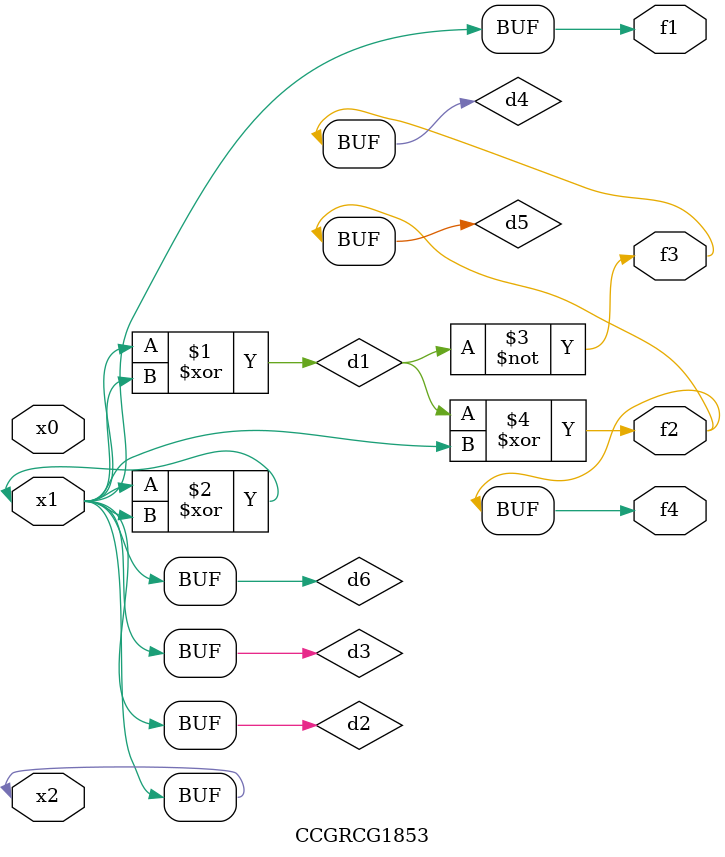
<source format=v>
module CCGRCG1853(
	input x0, x1, x2,
	output f1, f2, f3, f4
);

	wire d1, d2, d3, d4, d5, d6;

	xor (d1, x1, x2);
	buf (d2, x1, x2);
	xor (d3, x1, x2);
	nor (d4, d1);
	xor (d5, d1, d2);
	buf (d6, d2, d3);
	assign f1 = d6;
	assign f2 = d5;
	assign f3 = d4;
	assign f4 = d5;
endmodule

</source>
